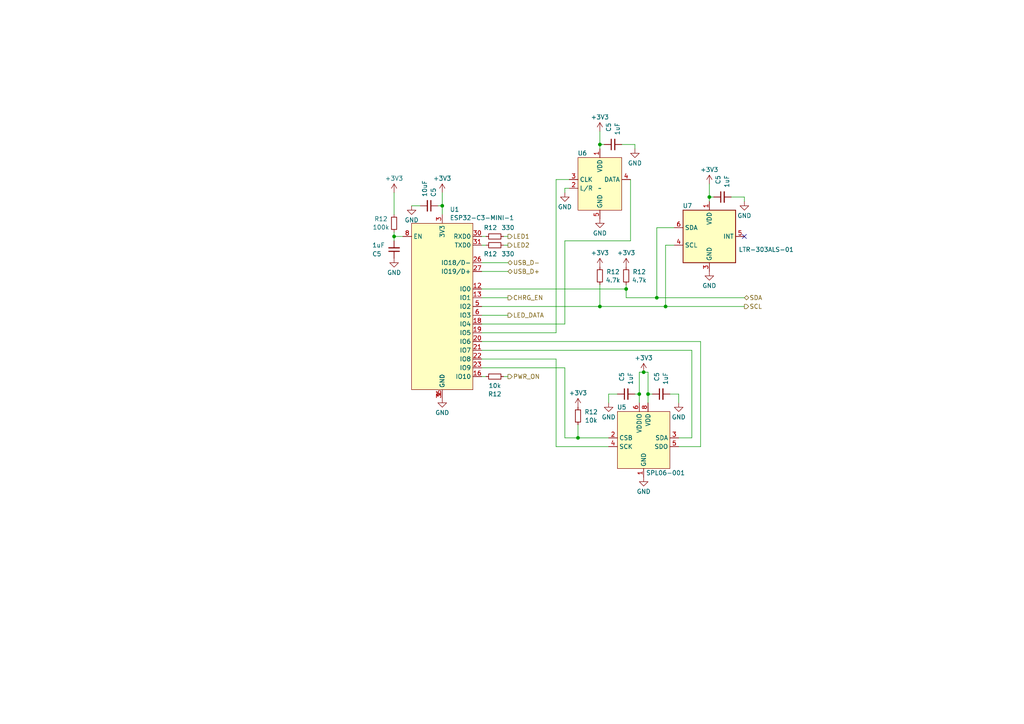
<source format=kicad_sch>
(kicad_sch (version 20230121) (generator eeschema)
  (paper "A4")
  (lib_symbols
    (symbol "Device:C_Small" (pin_numbers hide) (pin_names (offset 0.254) hide)
      (property "Reference" "C" (at 0.254 1.778 0))
      (property "Value" "C_Small" (at 0.254 -2.032 0))
      (symbol "C_Small_0_1"
        (polyline (pts (xy -1.524 -0.508) (xy 1.524 -0.508)) (stroke (width 0.3302)))
        (polyline (pts (xy -1.524 0.508) (xy 1.524 0.508)) (stroke (width 0.3048)))
      )
      (symbol "C_Small_1_1"
        (pin passive line (at 0 2.54 270) (length 2.032) (name "~") (number "1"))
        (pin passive line (at 0 -2.54 90) (length 2.032) (name "~") (number "2"))
      )
    )
    (symbol "Device:R_Small" (pin_numbers hide) (pin_names (offset 0.254) hide)
      (property "Reference" "R" (at 0.762 0.508 0))
      (property "Value" "R_Small" (at 0.762 -1.016 0))
      (symbol "R_Small_0_1"
        (rectangle (start -0.762 1.778) (end 0.762 -1.778) (stroke (width 0.2032)))
      )
      (symbol "R_Small_1_1"
        (pin passive line (at 0 2.54 270) (length 0.762) (name "~") (number "1"))
        (pin passive line (at 0 -2.54 90) (length 0.762) (name "~") (number "2"))
      )
    )
    (symbol "ESP32_C3:ESP32-C3-MINI-1"
      (property "Reference" "U" (at -7.62 26.67 0))
      (property "Value" "ESP32-C3-MINI-1" (at 0 0 90))
      (symbol "ESP32-C3-MINI-1_0_0"
        (pin power_in line (at 0 -25.4 90) (length 2.54) (name "GND") (number "1"))
        (pin bidirectional line (at 11.43 6.35 180) (length 2.54) (name "IO0") (number "12"))
        (pin bidirectional line (at 11.43 3.81 180) (length 2.54) (name "IO1") (number "13"))
        (pin bidirectional line (at 11.43 -19.05 180) (length 2.54) (name "IO10") (number "16"))
        (pin bidirectional line (at 11.43 -3.81 180) (length 2.54) (name "IO4") (number "18"))
        (pin bidirectional line (at 11.43 -6.35 180) (length 2.54) (name "IO5") (number "19"))
        (pin bidirectional line (at 11.43 -8.89 180) (length 2.54) (name "IO6") (number "20"))
        (pin bidirectional line (at 11.43 -11.43 180) (length 2.54) (name "IO7") (number "21"))
        (pin bidirectional line (at 11.43 -13.97 180) (length 2.54) (name "IO8") (number "22"))
        (pin bidirectional line (at 11.43 -16.51 180) (length 2.54) (name "IO9") (number "23"))
        (pin power_in line (at 0 27.94 270) (length 2.54) (name "3V3") (number "3"))
        (pin bidirectional line (at 11.43 21.59 180) (length 2.54) (name "RXD0") (number "30"))
        (pin bidirectional line (at 11.43 19.05 180) (length 2.54) (name "TXD0") (number "31"))
        (pin power_in line (at 0 -25.4 90) (length 2.54) (name "GND") (number "36"))
        (pin bidirectional line (at 11.43 1.27 180) (length 2.54) (name "IO2") (number "5"))
        (pin bidirectional line (at 11.43 -1.27 180) (length 2.54) (name "IO3") (number "6"))
        (pin input line (at -11.43 21.59 0) (length 2.54) (name "EN") (number "8"))
      )
      (symbol "ESP32-C3-MINI-1_1_0"
        (pin power_in line (at 0 -25.4 90) (length 2.54) hide (name "GND") (number "11"))
        (pin power_in line (at 0 -25.4 90) (length 2.54) hide (name "GND") (number "14"))
        (pin power_in line (at 0 -25.4 90) (length 2.54) hide (name "GND") (number "2"))
        (pin bidirectional line (at 11.43 13.97 180) (length 2.54) (name "IO18/D-") (number "26"))
        (pin bidirectional line (at 11.43 11.43 180) (length 2.54) (name "IO19/D+") (number "27"))
        (pin power_in line (at 0 -25.4 90) (length 2.54) hide (name "") (number "36"))
        (pin power_in line (at 0 -25.4 90) (length 2.54) hide (name "GND") (number "37"))
        (pin power_in line (at 0 -25.4 90) (length 2.54) hide (name "GND") (number "38"))
        (pin power_in line (at 0 -25.4 90) (length 2.54) hide (name "GND") (number "39"))
        (pin power_in line (at 0 -25.4 90) (length 2.54) hide (name "GND") (number "40"))
        (pin power_in line (at 0 -25.4 90) (length 2.54) hide (name "GND") (number "41"))
        (pin power_in line (at 0 -25.4 90) (length 2.54) hide (name "GND") (number "42"))
        (pin power_in line (at 0 -25.4 90) (length 2.54) hide (name "GND") (number "43"))
        (pin power_in line (at 0 -25.4 90) (length 2.54) hide (name "GND") (number "44"))
        (pin power_in line (at 0 -25.4 90) (length 2.54) hide (name "GND") (number "45"))
        (pin power_in line (at 0 -25.4 90) (length 2.54) hide (name "GND") (number "46"))
        (pin power_in line (at 0 -25.4 90) (length 2.54) hide (name "GND") (number "47"))
        (pin power_in line (at 0 -25.4 90) (length 2.54) hide (name "GND") (number "48"))
        (pin power_in line (at 0 -25.4 90) (length 2.54) hide (name "GND") (number "49"))
        (pin power_in line (at 0 -25.4 90) (length 2.54) hide (name "GND") (number "50"))
        (pin power_in line (at 0 -25.4 90) (length 2.54) hide (name "GND") (number "51"))
        (pin power_in line (at 0 -25.4 90) (length 2.54) hide (name "GND") (number "52"))
        (pin power_in line (at 0 -25.4 90) (length 2.54) hide (name "GND") (number "53"))
      )
      (symbol "ESP32-C3-MINI-1_1_1"
        (rectangle (start -8.89 25.4) (end 8.89 -22.86) (fill (type background)))
      )
    )
    (symbol "Sensor_Audio_ST:MP34DTxx"
      (property "Reference" "U" (at 0 0 0))
      (symbol "MP34DTxx_0_0"
        (pin power_in line (at 0 10.16 270) (length 2.54) (name "VDD") (number "1"))
        (pin input line (at -8.89 -1.27 0) (length 2.54) (name "L/R") (number "2"))
        (pin input line (at -8.89 1.27 0) (length 2.54) (name "CLK") (number "3"))
        (pin output line (at 8.89 1.27 180) (length 2.54) (name "DATA") (number "4"))
        (pin power_in line (at 0 -10.16 90) (length 2.54) (name "GND") (number "5"))
      )
      (symbol "MP34DTxx_1_1"
        (rectangle (start -6.35 7.62) (end 6.35 -7.62) (fill (type background)))
      )
    )
    (symbol "Sensor_Goertek:SPL06-001"
      (property "Reference" "U" (at -6.35 11.43 0))
      (property "Value" "SPL06-001" (at 7.62 11.43 0))
      (symbol "SPL06-001_1_1"
        (rectangle (start -7.62 10.16) (end 7.62 -6.35) (fill (type background)))
        (pin power_in line (at 0 -8.89 90) (length 2.54) (name "GND") (number "1"))
        (pin input line (at -10.16 2.54 0) (length 2.54) (name "CSB") (number "2"))
        (pin bidirectional line (at 10.16 2.54 180) (length 2.54) (name "SDA") (number "3"))
        (pin input line (at -10.16 0 0) (length 2.54) (name "SCK") (number "4"))
        (pin output line (at 10.16 0 180) (length 2.54) (name "SDO") (number "5"))
        (pin power_in line (at -1.27 12.7 270) (length 2.54) (name "VDDIO") (number "6"))
        (pin power_in line (at 0 -8.89 90) (length 2.54) hide (name "GND") (number "7"))
        (pin power_in line (at 1.27 12.7 270) (length 2.54) (name "VDD") (number "8"))
      )
    )
    (symbol "Sensor_Optical:LTR-303ALS-01"
      (property "Reference" "U" (at -7.62 8.89 0))
      (property "Value" "LTR-303ALS-01" (at 1.27 8.89 0))
      (symbol "LTR-303ALS-01_0_1"
        (rectangle (start -7.62 7.62) (end 7.62 -7.62) (stroke (width 0.254)) (fill (type background)))
      )
      (symbol "LTR-303ALS-01_1_1"
        (pin power_in line (at 0 10.16 270) (length 2.54) (name "VDD") (number "1"))
        (pin no_connect line (at 2.54 0 180) (length 2.54) hide (name "NC") (number "2"))
        (pin power_in line (at 0 -10.16 90) (length 2.54) (name "GND") (number "3"))
        (pin input line (at -10.16 -2.54 0) (length 2.54) (name "SCL") (number "4"))
        (pin open_collector line (at 10.16 0 180) (length 2.54) (name "INT") (number "5"))
        (pin bidirectional line (at -10.16 2.54 0) (length 2.54) (name "SDA") (number "6"))
      )
    )
    (symbol "power:+3V3" (power) (pin_names (offset 0))
      (property "Value" "+3V3" (at 0 3.556 0))
      (symbol "+3V3_0_1"
        (polyline (pts (xy -0.762 1.27) (xy 0 2.54)))
        (polyline (pts (xy 0 0) (xy 0 2.54)))
        (polyline (pts (xy 0 2.54) (xy 0.762 1.27)))
      )
      (symbol "+3V3_1_1"
        (pin power_in line (at 0 0 90) (length 0) hide (name "+3V3") (number "1"))
      )
    )
    (symbol "power:GND" (power) (pin_names (offset 0))
      (property "Value" "GND" (at 0 -3.81 0))
      (symbol "GND_0_1"
        (polyline (pts (xy 0 0) (xy 0 -1.27) (xy 1.27 -1.27) (xy 0 -2.54) (xy -1.27 -1.27) (xy 0 -1.27)))
      )
      (symbol "GND_1_1"
        (pin power_in line (at 0 0 270) (length 0) hide (name "GND") (number "1"))
      )
    )
  )
  (junction (at 186.69 107.95))
  (junction (at 205.74 57.15))
  (junction (at 181.61 83.82))
  (junction (at 185.42 114.3))
  (junction (at 173.99 41.91))
  (junction (at 114.3 68.58))
  (junction (at 187.96 114.3))
  (junction (at 128.27 59.69))
  (junction (at 193.04 88.9))
  (junction (at 167.64 127))
  (junction (at 173.99 88.9))
  (junction (at 190.5 86.36))
  (no_connect (at 215.9 68.58))
  (wire (pts (xy 187.96 107.95) (xy 186.69 107.95)))
  (wire (pts (xy 139.7 76.2) (xy 147.32 76.2)))
  (wire (pts (xy 193.04 88.9) (xy 215.9 88.9)))
  (wire (pts (xy 114.3 68.58) (xy 114.3 69.85)))
  (wire (pts (xy 167.64 127) (xy 176.53 127)))
  (wire (pts (xy 193.04 71.12) (xy 195.58 71.12)))
  (wire (pts (xy 163.83 69.85) (xy 163.83 93.98)))
  (wire (pts (xy 196.85 114.3) (xy 194.31 114.3)))
  (wire (pts (xy 163.83 127) (xy 167.64 127)))
  (wire (pts (xy 128.27 55.88) (xy 128.27 59.69)))
  (wire (pts (xy 196.85 116.84) (xy 196.85 114.3)))
  (wire (pts (xy 139.7 106.68) (xy 163.83 106.68)))
  (wire (pts (xy 205.74 57.15) (xy 205.74 58.42)))
  (wire (pts (xy 186.69 107.95) (xy 185.42 107.95)))
  (wire (pts (xy 139.7 109.22) (xy 140.97 109.22)))
  (wire (pts (xy 139.7 83.82) (xy 181.61 83.82)))
  (wire (pts (xy 187.96 114.3) (xy 189.23 114.3)))
  (wire (pts (xy 185.42 114.3) (xy 184.15 114.3)))
  (wire (pts (xy 161.29 52.07) (xy 161.29 96.52)))
  (wire (pts (xy 175.26 41.91) (xy 173.99 41.91)))
  (wire (pts (xy 181.61 83.82) (xy 181.61 86.36)))
  (wire (pts (xy 139.7 78.74) (xy 147.32 78.74)))
  (wire (pts (xy 139.7 99.06) (xy 203.2 99.06)))
  (wire (pts (xy 139.7 91.44) (xy 147.32 91.44)))
  (wire (pts (xy 161.29 129.54) (xy 176.53 129.54)))
  (wire (pts (xy 128.27 59.69) (xy 127 59.69)))
  (wire (pts (xy 146.05 68.58) (xy 147.32 68.58)))
  (wire (pts (xy 119.38 59.69) (xy 121.92 59.69)))
  (wire (pts (xy 207.01 57.15) (xy 205.74 57.15)))
  (wire (pts (xy 161.29 96.52) (xy 139.7 96.52)))
  (wire (pts (xy 139.7 71.12) (xy 140.97 71.12)))
  (wire (pts (xy 181.61 86.36) (xy 190.5 86.36)))
  (wire (pts (xy 114.3 67.31) (xy 114.3 68.58)))
  (wire (pts (xy 203.2 99.06) (xy 203.2 129.54)))
  (wire (pts (xy 139.7 101.6) (xy 200.66 101.6)))
  (wire (pts (xy 184.15 43.18) (xy 184.15 41.91)))
  (wire (pts (xy 190.5 86.36) (xy 215.9 86.36)))
  (wire (pts (xy 182.88 69.85) (xy 163.83 69.85)))
  (wire (pts (xy 163.83 55.88) (xy 163.83 54.61)))
  (wire (pts (xy 185.42 116.84) (xy 185.42 114.3)))
  (wire (pts (xy 193.04 88.9) (xy 193.04 71.12)))
  (wire (pts (xy 200.66 127) (xy 200.66 101.6)))
  (wire (pts (xy 176.53 116.84) (xy 176.53 114.3)))
  (wire (pts (xy 190.5 86.36) (xy 190.5 66.04)))
  (wire (pts (xy 173.99 38.1) (xy 173.99 41.91)))
  (wire (pts (xy 114.3 55.88) (xy 114.3 62.23)))
  (wire (pts (xy 181.61 82.55) (xy 181.61 83.82)))
  (wire (pts (xy 139.7 68.58) (xy 140.97 68.58)))
  (wire (pts (xy 203.2 129.54) (xy 196.85 129.54)))
  (wire (pts (xy 215.9 58.42) (xy 215.9 57.15)))
  (wire (pts (xy 176.53 114.3) (xy 179.07 114.3)))
  (wire (pts (xy 128.27 62.23) (xy 128.27 59.69)))
  (wire (pts (xy 161.29 129.54) (xy 161.29 104.14)))
  (wire (pts (xy 215.9 57.15) (xy 212.09 57.15)))
  (wire (pts (xy 146.05 109.22) (xy 147.32 109.22)))
  (wire (pts (xy 139.7 86.36) (xy 147.32 86.36)))
  (wire (pts (xy 205.74 53.34) (xy 205.74 57.15)))
  (wire (pts (xy 173.99 88.9) (xy 193.04 88.9)))
  (wire (pts (xy 187.96 116.84) (xy 187.96 114.3)))
  (wire (pts (xy 161.29 52.07) (xy 165.1 52.07)))
  (wire (pts (xy 187.96 114.3) (xy 187.96 107.95)))
  (wire (pts (xy 146.05 71.12) (xy 147.32 71.12)))
  (wire (pts (xy 139.7 104.14) (xy 161.29 104.14)))
  (wire (pts (xy 163.83 106.68) (xy 163.83 127)))
  (wire (pts (xy 190.5 66.04) (xy 195.58 66.04)))
  (wire (pts (xy 163.83 54.61) (xy 165.1 54.61)))
  (wire (pts (xy 139.7 93.98) (xy 163.83 93.98)))
  (wire (pts (xy 185.42 107.95) (xy 185.42 114.3)))
  (wire (pts (xy 196.85 127) (xy 200.66 127)))
  (wire (pts (xy 182.88 52.07) (xy 182.88 69.85)))
  (wire (pts (xy 173.99 41.91) (xy 173.99 43.18)))
  (wire (pts (xy 173.99 82.55) (xy 173.99 88.9)))
  (wire (pts (xy 114.3 68.58) (xy 116.84 68.58)))
  (wire (pts (xy 139.7 88.9) (xy 173.99 88.9)))
  (wire (pts (xy 167.64 123.19) (xy 167.64 127)))
  (wire (pts (xy 184.15 41.91) (xy 180.34 41.91)))
  (hierarchical_label "USB_D+" (shape bidirectional) (at 147.32 78.74 0))
  (hierarchical_label "SCL" (shape output) (at 215.9 88.9 0))
  (hierarchical_label "LED2" (shape output) (at 147.32 71.12 0))
  (hierarchical_label "CHRG_EN" (shape output) (at 147.32 86.36 0))
  (hierarchical_label "PWR_ON" (shape output) (at 147.32 109.22 0))
  (hierarchical_label "USB_D-" (shape bidirectional) (at 147.32 76.2 0))
  (hierarchical_label "LED1" (shape output) (at 147.32 68.58 0))
  (hierarchical_label "LED_DATA" (shape output) (at 147.32 91.44 0))
  (hierarchical_label "SDA" (shape bidirectional) (at 215.9 86.36 0))
  (symbol (lib_id "power:GND") (at 215.9 58.42 0) (unit 1)
    (property "Reference" "#PWR092" (effects hide))
    (property "Value" "GND" (at 215.9 62.5531 0))
  )
  (symbol (lib_id "power:GND") (at 205.74 78.74 0) (unit 1)
    (property "Reference" "#PWR091" (effects hide))
    (property "Value" "GND" (at 205.74 82.8731 0))
  )
  (symbol (lib_id "Sensor_Optical:LTR-303ALS-01") (at 205.74 68.58 0) (unit 1)
    (property "Reference" "U7" (at 199.39 59.69 0))
    (property "Value" "LTR-303ALS-01" (at 222.25 72.39 0))
    (property "Footprint" "OptoDevice:Lite-On_LTR-303ALS-01" (effects hide))
    (property "Datasheet" "http://optoelectronics.liteon.com/upload/download/DS86-2013-0004/LTR-303ALS-01_DS_V1.pdf" (effects hide))
    (property "LCSC" "C364577" (effects hide))
  )
  (symbol (lib_id "power:GND") (at 173.99 63.5 0) (unit 1)
    (property "Reference" "#PWR094" (effects hide))
    (property "Value" "GND" (at 173.99 67.6331 0))
  )
  (symbol (lib_id "power:+3V3") (at 167.64 118.11 0) (unit 1)
    (property "Reference" "#PWR084" (effects hide))
    (property "Value" "+3V3" (at 167.64 113.9769 0))
  )
  (symbol (lib_id "Device:R_Small") (at 114.3 64.77 0) (mirror y) (unit 1)
    (property "Reference" "R12" (at 110.49 63.5 0))
    (property "Value" "100k" (at 110.49 65.9242 0))
    (property "Footprint" "Resistor_SMD:R_0402_1005Metric" (effects hide))
    (property "LCSC" "C25741" (effects hide))
    (instances (project "blinkekatze" (path "" (reference "R12") (unit 1)) (path "" (reference "R32") (unit 1)) (path "" (reference "R44") (unit 1))) (project "dc-usv" (path "" (reference "R8") (unit 1))))
  )
  (symbol (lib_id "power:GND") (at 184.15 43.18 0) (unit 1)
    (property "Reference" "#PWR096" (effects hide))
    (property "Value" "GND" (at 184.15 47.3131 0))
  )
  (symbol (lib_id "power:+3V3") (at 186.69 107.95 0) (unit 1)
    (property "Reference" "#PWR0100" (effects hide))
    (property "Value" "+3V3" (at 186.69 103.8169 0))
  )
  (symbol (lib_id "power:GND") (at 119.38 59.69 0) (unit 1)
    (property "Reference" "#PWR086" (effects hide))
    (property "Value" "GND" (at 119.38 63.8231 0))
  )
  (symbol (lib_id "Device:C_Small") (at 181.61 114.3 90) (unit 1)
    (property "Reference" "C5" (at 180.34 107.95 0) (effects (justify right)))
    (property "Value" "1uF" (at 182.88 107.95 0) (effects (justify right)))
    (property "Footprint" "Capacitor_SMD:C_0402_1005Metric" (effects hide))
    (property "LCSC" "C52923" (effects hide))
    (instances (project "blinkekatze" (path "" (reference "C5") (unit 1)) (path "" (reference "C40") (unit 1)) (path "" (reference "C69") (unit 1))))
  )
  (symbol (lib_id "Device:C_Small") (at 114.3 72.39 180) (unit 1)
    (property "Reference" "C5" (at 107.95 73.66 0) (effects (justify right)))
    (property "Value" "1uF" (at 107.95 71.12 0) (effects (justify right)))
    (property "Footprint" "Capacitor_SMD:C_0402_1005Metric" (effects hide))
    (property "LCSC" "C52923" (effects hide))
    (instances (project "blinkekatze" (path "" (reference "C5") (unit 1)) (path "" (reference "C40") (unit 1)) (path "" (reference "C66") (unit 1))))
  )
  (symbol (lib_id "Device:C_Small") (at 177.8 41.91 90) (unit 1)
    (property "Reference" "C5" (at 176.53 35.56 0) (effects (justify right)))
    (property "Value" "1uF" (at 179.07 35.56 0) (effects (justify right)))
    (property "Footprint" "Capacitor_SMD:C_0402_1005Metric" (effects hide))
    (property "LCSC" "C52923" (effects hide))
    (instances (project "blinkekatze" (path "" (reference "C5") (unit 1)) (path "" (reference "C40") (unit 1)) (path "" (reference "C68") (unit 1))))
  )
  (symbol (lib_id "Device:R_Small") (at 167.64 120.65 0) (mirror y) (unit 1)
    (property "Reference" "R12" (at 171.45 119.4958 0))
    (property "Value" "10k" (at 171.45 121.92 0))
    (property "Footprint" "Resistor_SMD:R_0402_1005Metric" (effects hide))
    (property "LCSC" "C25744" (effects hide))
    (instances (project "blinkekatze" (path "" (reference "R12") (unit 1)) (path "" (reference "R41") (unit 1)) (path "" (reference "R43") (unit 1))) (project "dc-usv" (path "" (reference "R8") (unit 1))))
  )
  (symbol (lib_id "Device:R_Small") (at 173.99 80.01 0) (mirror y) (unit 1)
    (property "Reference" "R12" (at 177.8 78.8558 0))
    (property "Value" "4.7k" (at 177.8 81.28 0))
    (property "Footprint" "Resistor_SMD:R_0402_1005Metric" (effects hide))
    (property "LCSC" "C25900" (effects hide))
    (instances (project "blinkekatze" (path "" (reference "R12") (unit 1)) (path "" (reference "R41") (unit 1)) (path "" (reference "R46") (unit 1))) (project "dc-usv" (path "" (reference "R8") (unit 1))))
  )
  (symbol (lib_id "Device:R_Small") (at 181.61 80.01 0) (mirror y) (unit 1)
    (property "Reference" "R12" (at 185.42 78.8558 0))
    (property "Value" "4.7k" (at 185.42 81.28 0))
    (property "Footprint" "Resistor_SMD:R_0402_1005Metric" (effects hide))
    (property "LCSC" "C25900" (effects hide))
    (instances (project "blinkekatze" (path "" (reference "R12") (unit 1)) (path "" (reference "R41") (unit 1)) (path "" (reference "R45") (unit 1))) (project "dc-usv" (path "" (reference "R8") (unit 1))))
  )
  (symbol (lib_id "power:GND") (at 176.53 116.84 0) (unit 1)
    (property "Reference" "#PWR099" (effects hide))
    (property "Value" "GND" (at 176.53 120.9731 0))
  )
  (symbol (lib_id "power:GND") (at 196.85 116.84 0) (unit 1)
    (property "Reference" "#PWR098" (effects hide))
    (property "Value" "GND" (at 196.85 120.9731 0))
  )
  (symbol (lib_id "Device:R_Small") (at 143.51 68.58 270) (mirror x) (unit 1)
    (property "Reference" "R12" (at 142.24 66.04 90))
    (property "Value" "330" (at 147.32 66.04 90))
    (property "Footprint" "Resistor_SMD:R_0402_1005Metric" (effects hide))
    (property "LCSC" "C25104" (effects hide))
    (instances (project "blinkekatze" (path "" (reference "R12") (unit 1)) (path "" (reference "R41") (unit 1)) (path "" (reference "R20") (unit 1))) (project "dc-usv" (path "" (reference "R8") (unit 1))))
  )
  (symbol (lib_id "ESP32_C3:ESP32-C3-MINI-1") (at 128.27 90.17 0) (unit 1)
    (property "Reference" "U1" (at 130.4641 60.7527 0) (effects (justify left)))
    (property "Value" "ESP32-C3-MINI-1" (at 130.4641 63.1769 0) (effects (justify left)))
    (property "Footprint" "ESP32_C3:ESP32-C3-MINI-1" (effects hide))
    (property "Datasheet" "https://www.espressif.com/sites/default/files/documentation/esp32-c3-mini-1_datasheet_en.pdf" (effects hide))
    (property "LCSC" "C2838502" (effects hide))
  )
  (symbol (lib_id "Sensor_Goertek:SPL06-001") (at 186.69 129.54 0) (unit 1)
    (property "Reference" "U5" (at 180.34 118.11 0))
    (property "Value" "SPL06-001" (at 193.04 137.16 0))
    (property "Footprint" "Package_Goertek:LGA-8_2x2.5mm_P0.65mm" (effects hide))
    (property "Datasheet" "https://datasheet.lcsc.com/szlcsc/2101201914_Goertek-SPL06-001_C2684428.pdf" (effects hide))
    (property "LCSC" "C2684428" (effects hide))
  )
  (symbol (lib_id "power:+3V3") (at 205.74 53.34 0) (unit 1)
    (property "Reference" "#PWR093" (effects hide))
    (property "Value" "+3V3" (at 205.74 49.2069 0))
  )
  (symbol (lib_id "power:+3V3") (at 181.61 77.47 0) (unit 1)
    (property "Reference" "#PWR085" (effects hide))
    (property "Value" "+3V3" (at 181.61 73.3369 0))
  )
  (symbol (lib_id "Device:R_Small") (at 143.51 71.12 270) (mirror x) (unit 1)
    (property "Reference" "R12" (at 142.24 73.66 90))
    (property "Value" "330" (at 147.32 73.66 90))
    (property "Footprint" "Resistor_SMD:R_0402_1005Metric" (effects hide))
    (property "LCSC" "C25104" (effects hide))
    (instances (project "blinkekatze" (path "" (reference "R12") (unit 1)) (path "" (reference "R41") (unit 1)) (path "" (reference "R19") (unit 1))) (project "dc-usv" (path "" (reference "R8") (unit 1))))
  )
  (symbol (lib_id "power:+3V3") (at 114.3 55.88 0) (unit 1)
    (property "Reference" "#PWR089" (effects hide))
    (property "Value" "+3V3" (at 114.3 51.7469 0))
  )
  (symbol (lib_id "power:GND") (at 163.83 55.88 0) (unit 1)
    (property "Reference" "#PWR097" (effects hide))
    (property "Value" "GND" (at 163.83 60.0131 0))
  )
  (symbol (lib_id "Sensor_Audio_ST:MP34DTxx") (at 173.99 53.34 0) (unit 1)
    (property "Reference" "U6" (at 168.91 44.45 0))
    (property "Value" "~" (at 173.99 54.61 0))
    (property "Footprint" "Package_LGA_ST:ST_HCLGA-4LD_3x4mm" (effects hide))
    (property "Datasheet" "https://datasheet.lcsc.com/lcsc/2004071606_STMicroelectronics-MP34DT06JTR_C503097.pdf" (effects hide))
    (property "LCSC" "C503097" (effects hide))
  )
  (symbol (lib_id "power:GND") (at 128.27 115.57 0) (unit 1)
    (property "Reference" "#PWR01" (effects hide))
    (property "Value" "GND" (at 128.27 119.7031 0))
  )
  (symbol (lib_id "Device:R_Small") (at 143.51 109.22 270) (mirror x) (unit 1)
    (property "Reference" "R12" (at 143.51 114.3 90))
    (property "Value" "10k" (at 143.51 111.8758 90))
    (property "Footprint" "Resistor_SMD:R_0402_1005Metric" (effects hide))
    (property "LCSC" "C25744" (effects hide))
    (instances (project "blinkekatze" (path "" (reference "R12") (unit 1)) (path "" (reference "R41") (unit 1)) (path "" (reference "R1") (unit 1))) (project "dc-usv" (path "" (reference "R8") (unit 1))))
  )
  (symbol (lib_id "Device:C_Small") (at 191.77 114.3 90) (unit 1)
    (property "Reference" "C5" (at 190.5 107.95 0) (effects (justify right)))
    (property "Value" "1uF" (at 193.04 107.95 0) (effects (justify right)))
    (property "Footprint" "Capacitor_SMD:C_0402_1005Metric" (effects hide))
    (property "LCSC" "C52923" (effects hide))
    (instances (project "blinkekatze" (path "" (reference "C5") (unit 1)) (path "" (reference "C40") (unit 1)) (path "" (reference "C70") (unit 1))))
  )
  (symbol (lib_id "Device:C_Small") (at 209.55 57.15 90) (unit 1)
    (property "Reference" "C5" (at 208.28 50.8 0) (effects (justify right)))
    (property "Value" "1uF" (at 210.82 50.8 0) (effects (justify right)))
    (property "Footprint" "Capacitor_SMD:C_0402_1005Metric" (effects hide))
    (property "LCSC" "C52923" (effects hide))
    (instances (project "blinkekatze" (path "" (reference "C5") (unit 1)) (path "" (reference "C40") (unit 1)) (path "" (reference "C67") (unit 1))))
  )
  (symbol (lib_id "power:GND") (at 114.3 74.93 0) (unit 1)
    (property "Reference" "#PWR088" (effects hide))
    (property "Value" "GND" (at 114.3 79.0631 0))
  )
  (symbol (lib_id "power:+3V3") (at 173.99 38.1 0) (unit 1)
    (property "Reference" "#PWR095" (effects hide))
    (property "Value" "+3V3" (at 173.99 33.9669 0))
  )
  (symbol (lib_id "power:+3V3") (at 173.99 77.47 0) (unit 1)
    (property "Reference" "#PWR090" (effects hide))
    (property "Value" "+3V3" (at 173.99 73.3369 0))
  )
  (symbol (lib_id "Device:C_Small") (at 124.46 59.69 270) (unit 1)
    (property "Reference" "C5" (at 125.73 57.15 0) (effects (justify right)))
    (property "Value" "10uF" (at 123.19 57.15 0) (effects (justify right)))
    (property "Footprint" "Capacitor_SMD:C_0402_1005Metric" (effects hide))
    (property "LCSC" "C15525" (effects hide))
    (instances (project "blinkekatze" (path "" (reference "C5") (unit 1)) (path "" (reference "C63") (unit 1)) (path "" (reference "C65") (unit 1))))
  )
  (symbol (lib_id "power:GND") (at 186.69 138.43 0) (unit 1)
    (property "Reference" "#PWR0101" (effects hide))
    (property "Value" "GND" (at 186.69 142.5631 0))
  )
  (symbol (lib_id "power:+3V3") (at 128.27 55.88 0) (unit 1)
    (property "Reference" "#PWR087" (effects hide))
    (property "Value" "+3V3" (at 128.27 51.7469 0))
  )
)
</source>
